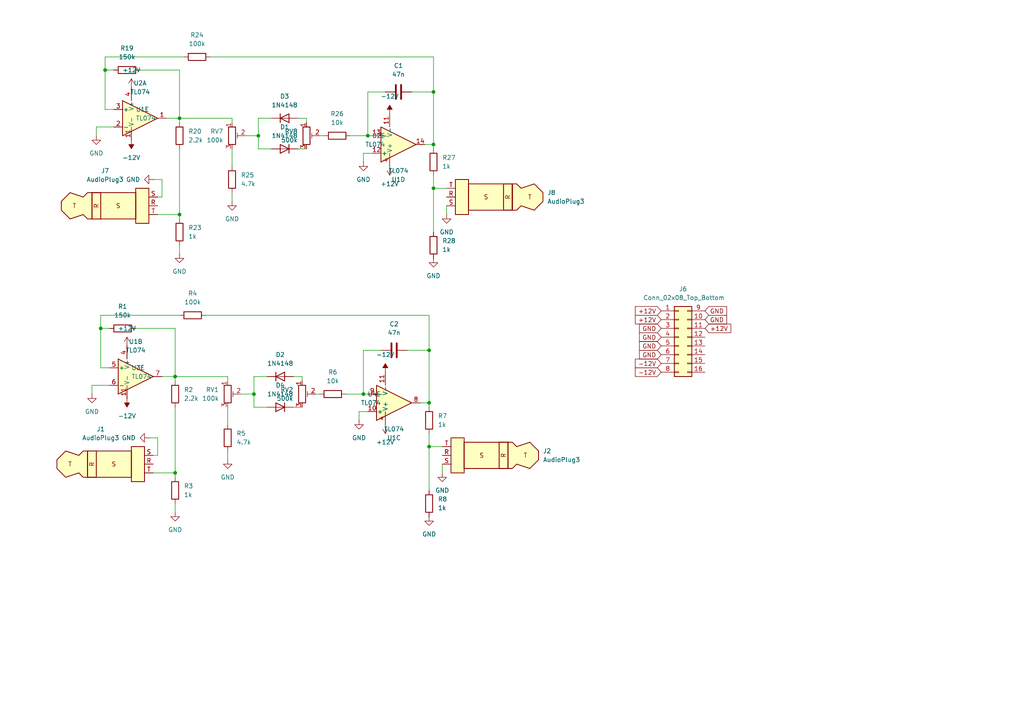
<source format=kicad_sch>
(kicad_sch (version 20250114) (generator "eeschema") (generator_version "9.0")
  (paper "A4")
  (lib_symbols
    (symbol "Amplifier_Operational:TL074" (pin_names (offset 0.127))
      (property "Reference" "U" (at 0 5.08 0))
      (property "Value" "TL074" (at 0 -5.08 0))
      (symbol "TL074_1_1"
        (polyline (pts (xy -5.08 5.08) (xy 5.08 0) (xy -5.08 -5.08) (xy -5.08 5.08)) (stroke (width 0.254)) (fill (type background)))
        (pin input line (at -7.62 2.54 0) (length 2.54) (name "+") (number "3"))
        (pin input line (at -7.62 -2.54 0) (length 2.54) (name "-") (number "2"))
        (pin output line (at 7.62 0 180) (length 2.54) (name "~") (number "1"))
      )
      (symbol "TL074_2_1"
        (polyline (pts (xy -5.08 5.08) (xy 5.08 0) (xy -5.08 -5.08) (xy -5.08 5.08)) (stroke (width 0.254)) (fill (type background)))
        (pin input line (at -7.62 2.54 0) (length 2.54) (name "+") (number "5"))
        (pin input line (at -7.62 -2.54 0) (length 2.54) (name "-") (number "6"))
        (pin output line (at 7.62 0 180) (length 2.54) (name "~") (number "7"))
      )
      (symbol "TL074_3_1"
        (polyline (pts (xy -5.08 5.08) (xy 5.08 0) (xy -5.08 -5.08) (xy -5.08 5.08)) (stroke (width 0.254)) (fill (type background)))
        (pin input line (at -7.62 2.54 0) (length 2.54) (name "+") (number "10"))
        (pin input line (at -7.62 -2.54 0) (length 2.54) (name "-") (number "9"))
        (pin output line (at 7.62 0 180) (length 2.54) (name "~") (number "8"))
      )
      (symbol "TL074_4_1"
        (polyline (pts (xy -5.08 5.08) (xy 5.08 0) (xy -5.08 -5.08) (xy -5.08 5.08)) (stroke (width 0.254)) (fill (type background)))
        (pin input line (at -7.62 2.54 0) (length 2.54) (name "+") (number "12"))
        (pin input line (at -7.62 -2.54 0) (length 2.54) (name "-") (number "13"))
        (pin output line (at 7.62 0 180) (length 2.54) (name "~") (number "14"))
      )
      (symbol "TL074_5_1"
        (pin power_in line (at -2.54 7.62 270) (length 3.81) (name "V+") (number "4"))
        (pin power_in line (at -2.54 -7.62 90) (length 3.81) (name "V-") (number "11"))
      )
    )
    (symbol "Connector_Audio:AudioPlug3"
      (property "Reference" "J" (at 1.27 6.35 0))
      (property "Value" "AudioPlug3" (at 1.27 -6.35 0))
      (symbol "AudioPlug3_0_0"
        (text "R" (at -2.54 0 900) (effects (font (size 1.27 1.27))))
      )
      (symbol "AudioPlug3_0_1"
        (rectangle (start -3.81 3.81) (end -1.27 -3.81) (stroke (width 0.254)))
        (rectangle (start -1.27 -1.27) (end -1.27 -1.27))
      )
      (symbol "AudioPlug3_1_0"
        (text "T" (at -8.89 0 0) (effects (font (size 1.27 1.27))))
        (text "S" (at 3.81 0 0) (effects (font (size 1.27 1.27))))
      )
      (symbol "AudioPlug3_1_1"
        (rectangle (start -3.81 3.81) (end 8.89 -3.81) (stroke (width 0.254)) (fill (type background)))
        (polyline (pts (xy -3.81 3.81) (xy -5.08 3.81) (xy -6.35 2.54) (xy -10.16 3.81) (xy -12.7 1.27) (xy -12.7 -1.27) (xy -10.16 -3.81) (xy -6.35 -2.54) (xy -5.08 -3.81) (xy -3.81 -3.81) (xy -3.81 3.81)) (stroke (width 0.254)) (fill (type background)))
        (rectangle (start 12.7 5.08) (end 8.89 -5.08) (stroke (width 0.254)) (fill (type background)))
        (pin passive line (at 15.24 2.54 180) (length 2.54) (name "~") (number "S"))
        (pin passive line (at 15.24 0 180) (length 2.54) (name "~") (number "R"))
        (pin passive line (at 15.24 -2.54 180) (length 2.54) (name "~") (number "T"))
      )
    )
    (symbol "Connector_Generic:Conn_02x08_Top_Bottom" (pin_names (offset 1.016) (hide yes))
      (property "Reference" "J" (at 1.27 10.16 0))
      (property "Value" "Conn_02x08_Top_Bottom" (at 1.27 -12.7 0))
      (symbol "Conn_02x08_Top_Bottom_1_1"
        (rectangle (start -1.27 8.89) (end 3.81 -11.43) (stroke (width 0.254)) (fill (type background)))
        (rectangle (start -1.27 7.747) (end 0 7.493) (stroke (width 0.1524)))
        (rectangle (start -1.27 5.207) (end 0 4.953) (stroke (width 0.1524)))
        (rectangle (start -1.27 2.667) (end 0 2.413) (stroke (width 0.1524)))
        (rectangle (start -1.27 0.127) (end 0 -0.127) (stroke (width 0.1524)))
        (rectangle (start -1.27 -2.413) (end 0 -2.667) (stroke (width 0.1524)))
        (rectangle (start -1.27 -4.953) (end 0 -5.207) (stroke (width 0.1524)))
        (rectangle (start -1.27 -7.493) (end 0 -7.747) (stroke (width 0.1524)))
        (rectangle (start -1.27 -10.033) (end 0 -10.287) (stroke (width 0.1524)))
        (rectangle (start 3.81 7.747) (end 2.54 7.493) (stroke (width 0.1524)))
        (rectangle (start 3.81 5.207) (end 2.54 4.953) (stroke (width 0.1524)))
        (rectangle (start 3.81 2.667) (end 2.54 2.413) (stroke (width 0.1524)))
        (rectangle (start 3.81 0.127) (end 2.54 -0.127) (stroke (width 0.1524)))
        (rectangle (start 3.81 -2.413) (end 2.54 -2.667) (stroke (width 0.1524)))
        (rectangle (start 3.81 -4.953) (end 2.54 -5.207) (stroke (width 0.1524)))
        (rectangle (start 3.81 -7.493) (end 2.54 -7.747) (stroke (width 0.1524)))
        (rectangle (start 3.81 -10.033) (end 2.54 -10.287) (stroke (width 0.1524)))
        (pin passive line (at -5.08 7.62 0) (length 3.81) (name "Pin_1") (number "1"))
        (pin passive line (at -5.08 5.08 0) (length 3.81) (name "Pin_2") (number "2"))
        (pin passive line (at -5.08 2.54 0) (length 3.81) (name "Pin_3") (number "3"))
        (pin passive line (at -5.08 0 0) (length 3.81) (name "Pin_4") (number "4"))
        (pin passive line (at -5.08 -2.54 0) (length 3.81) (name "Pin_5") (number "5"))
        (pin passive line (at -5.08 -5.08 0) (length 3.81) (name "Pin_6") (number "6"))
        (pin passive line (at -5.08 -7.62 0) (length 3.81) (name "Pin_7") (number "7"))
        (pin passive line (at -5.08 -10.16 0) (length 3.81) (name "Pin_8") (number "8"))
        (pin passive line (at 7.62 7.62 180) (length 3.81) (name "Pin_9") (number "9"))
        (pin passive line (at 7.62 5.08 180) (length 3.81) (name "Pin_10") (number "10"))
        (pin passive line (at 7.62 2.54 180) (length 3.81) (name "Pin_11") (number "11"))
        (pin passive line (at 7.62 0 180) (length 3.81) (name "Pin_12") (number "12"))
        (pin passive line (at 7.62 -2.54 180) (length 3.81) (name "Pin_13") (number "13"))
        (pin passive line (at 7.62 -5.08 180) (length 3.81) (name "Pin_14") (number "14"))
        (pin passive line (at 7.62 -7.62 180) (length 3.81) (name "Pin_15") (number "15"))
        (pin passive line (at 7.62 -10.16 180) (length 3.81) (name "Pin_16") (number "16"))
      )
    )
    (symbol "Device:C" (pin_numbers (hide yes)) (pin_names (offset 0.254))
      (property "Reference" "C" (at 0.635 2.54 0))
      (property "Value" "C" (at 0.635 -2.54 0))
      (symbol "C_0_1"
        (polyline (pts (xy -2.032 0.762) (xy 2.032 0.762)) (stroke (width 0.508)))
        (polyline (pts (xy -2.032 -0.762) (xy 2.032 -0.762)) (stroke (width 0.508)))
      )
      (symbol "C_1_1"
        (pin passive line (at 0 3.81 270) (length 2.794) (name "~") (number "1"))
        (pin passive line (at 0 -3.81 90) (length 2.794) (name "~") (number "2"))
      )
    )
    (symbol "Device:R" (pin_numbers (hide yes)) (pin_names (offset 0))
      (property "Reference" "R" (at 2.032 0 90))
      (property "Value" "R" (at 0 0 90))
      (symbol "R_0_1"
        (rectangle (start -1.016 -2.54) (end 1.016 2.54) (stroke (width 0.254)))
      )
      (symbol "R_1_1"
        (pin passive line (at 0 3.81 270) (length 1.27) (name "~") (number "1"))
        (pin passive line (at 0 -3.81 90) (length 1.27) (name "~") (number "2"))
      )
    )
    (symbol "Device:R_Potentiometer_Trim" (pin_names (offset 1.016) (hide yes))
      (property "Reference" "RV" (at -4.445 0 90))
      (property "Value" "R_Potentiometer_Trim" (at -2.54 0 90))
      (symbol "R_Potentiometer_Trim_0_1"
        (rectangle (start 1.016 2.54) (end -1.016 -2.54) (stroke (width 0.254)))
        (polyline (pts (xy 1.524 0.762) (xy 1.524 -0.762)))
        (polyline (pts (xy 2.54 0) (xy 1.524 0)))
      )
      (symbol "R_Potentiometer_Trim_1_1"
        (pin passive line (at 0 3.81 270) (length 1.27) (name "1") (number "1"))
        (pin passive line (at 0 -3.81 90) (length 1.27) (name "3") (number "3"))
        (pin passive line (at 3.81 0 180) (length 1.27) (name "2") (number "2"))
      )
    )
    (symbol "Diode:1N4148" (pin_numbers (hide yes)) (pin_names (hide yes))
      (property "Reference" "D" (at 0 2.54 0))
      (property "Value" "1N4148" (at 0 -2.54 0))
      (symbol "1N4148_0_1"
        (polyline (pts (xy -1.27 1.27) (xy -1.27 -1.27)) (stroke (width 0.254)))
        (polyline (pts (xy 1.27 1.27) (xy 1.27 -1.27) (xy -1.27 0) (xy 1.27 1.27)) (stroke (width 0.254)))
        (polyline (pts (xy 1.27 0) (xy -1.27 0)))
      )
      (symbol "1N4148_1_1"
        (pin passive line (at -3.81 0 0) (length 2.54) (name "K") (number "1"))
        (pin passive line (at 3.81 0 180) (length 2.54) (name "A") (number "2"))
      )
    )
    (symbol "power:+12V" (power) (pin_numbers (hide yes)) (pin_names (offset 0) (hide yes))
      (property "Value" "+12V" (at 0 3.556 0))
      (symbol "+12V_0_1"
        (polyline (pts (xy -0.762 1.27) (xy 0 2.54)))
        (polyline (pts (xy 0 2.54) (xy 0.762 1.27)))
        (polyline (pts (xy 0 0) (xy 0 2.54)))
      )
      (symbol "+12V_1_1"
        (pin power_in line (at 0 0 90) (length 0) (name "~") (number "1"))
      )
    )
    (symbol "power:-12V" (power) (pin_numbers (hide yes)) (pin_names (offset 0) (hide yes))
      (property "Value" "-12V" (at 0 3.556 0))
      (symbol "-12V_0_0"
        (pin power_in line (at 0 0 90) (length 0) (name "~") (number "1"))
      )
      (symbol "-12V_0_1"
        (polyline (pts (xy 0 0) (xy 0 1.27) (xy 0.762 1.27) (xy 0 2.54) (xy -0.762 1.27) (xy 0 1.27)) (fill (type outline)))
      )
    )
    (symbol "power:GND" (power) (pin_numbers (hide yes)) (pin_names (offset 0) (hide yes))
      (property "Value" "GND" (at 0 -3.81 0))
      (symbol "GND_0_1"
        (polyline (pts (xy 0 0) (xy 0 -1.27) (xy 1.27 -1.27) (xy 0 -2.54) (xy -1.27 -1.27) (xy 0 -1.27)))
      )
      (symbol "GND_1_1"
        (pin power_in line (at 0 0 270) (length 0) (name "~") (number "1"))
      )
    )
  )
  (junction (at 106.68 39.37))
  (junction (at 125.73 54.61))
  (junction (at 52.07 34.29))
  (junction (at 124.46 101.6))
  (junction (at 124.46 129.54))
  (junction (at 30.48 20.32))
  (junction (at 74.93 39.37))
  (junction (at 105.41 114.3))
  (junction (at 73.66 114.3))
  (junction (at 50.8 109.22))
  (junction (at 125.73 41.91))
  (junction (at 50.8 137.16))
  (junction (at 52.07 62.23))
  (junction (at 125.73 26.67))
  (junction (at 29.21 95.25))
  (junction (at 124.46 116.84))
  (wire (pts (xy 50.8 146.05) (xy 50.8 148.59)))
  (wire (pts (xy 46.99 52.07) (xy 44.45 52.07)))
  (wire (pts (xy 50.8 95.25) (xy 50.8 109.22)))
  (wire (pts (xy 29.21 91.44) (xy 52.07 91.44)))
  (wire (pts (xy 66.04 130.81) (xy 66.04 133.35)))
  (wire (pts (xy 106.68 39.37) (xy 107.95 39.37)))
  (wire (pts (xy 30.48 20.32) (xy 30.48 16.51)))
  (wire (pts (xy 86.36 34.29) (xy 88.9 34.29)))
  (wire (pts (xy 85.09 109.22) (xy 87.63 109.22)))
  (wire (pts (xy 105.41 44.45) (xy 105.41 46.99)))
  (wire (pts (xy 69.85 114.3) (xy 73.66 114.3)))
  (wire (pts (xy 124.46 91.44) (xy 124.46 101.6)))
  (wire (pts (xy 50.8 109.22) (xy 46.99 109.22)))
  (wire (pts (xy 30.48 20.32) (xy 33.02 20.32)))
  (wire (pts (xy 74.93 34.29) (xy 74.93 39.37)))
  (wire (pts (xy 60.96 16.51) (xy 125.73 16.51)))
  (wire (pts (xy 67.31 34.29) (xy 52.07 34.29)))
  (wire (pts (xy 73.66 109.22) (xy 77.47 109.22)))
  (wire (pts (xy 85.09 118.11) (xy 87.63 118.11)))
  (wire (pts (xy 29.21 95.25) (xy 31.75 95.25)))
  (wire (pts (xy 66.04 109.22) (xy 50.8 109.22)))
  (wire (pts (xy 71.12 39.37) (xy 74.93 39.37)))
  (wire (pts (xy 106.68 26.67) (xy 111.76 26.67)))
  (wire (pts (xy 33.02 36.83) (xy 27.94 36.83)))
  (wire (pts (xy 52.07 34.29) (xy 52.07 35.56)))
  (wire (pts (xy 30.48 31.75) (xy 30.48 20.32)))
  (wire (pts (xy 59.69 91.44) (xy 124.46 91.44)))
  (wire (pts (xy 101.6 39.37) (xy 106.68 39.37)))
  (wire (pts (xy 124.46 129.54) (xy 128.27 129.54)))
  (wire (pts (xy 66.04 118.11) (xy 66.04 123.19)))
  (wire (pts (xy 125.73 41.91) (xy 125.73 43.18)))
  (wire (pts (xy 125.73 50.8) (xy 125.73 54.61)))
  (wire (pts (xy 52.07 62.23) (xy 52.07 63.5)))
  (wire (pts (xy 26.67 111.76) (xy 26.67 114.3)))
  (wire (pts (xy 29.21 106.68) (xy 29.21 95.25)))
  (wire (pts (xy 31.75 111.76) (xy 26.67 111.76)))
  (wire (pts (xy 106.68 119.38) (xy 104.14 119.38)))
  (wire (pts (xy 33.02 31.75) (xy 30.48 31.75)))
  (wire (pts (xy 124.46 116.84) (xy 124.46 118.11)))
  (wire (pts (xy 118.11 101.6) (xy 124.46 101.6)))
  (wire (pts (xy 45.72 127) (xy 43.18 127)))
  (wire (pts (xy 129.54 59.69) (xy 129.54 62.23)))
  (wire (pts (xy 91.44 114.3) (xy 92.71 114.3)))
  (wire (pts (xy 73.66 109.22) (xy 73.66 114.3)))
  (wire (pts (xy 105.41 114.3) (xy 105.41 101.6)))
  (wire (pts (xy 86.36 43.18) (xy 88.9 43.18)))
  (wire (pts (xy 119.38 26.67) (xy 125.73 26.67)))
  (wire (pts (xy 39.37 95.25) (xy 50.8 95.25)))
  (wire (pts (xy 50.8 137.16) (xy 50.8 138.43)))
  (wire (pts (xy 50.8 118.11) (xy 50.8 137.16)))
  (wire (pts (xy 52.07 43.18) (xy 52.07 62.23)))
  (wire (pts (xy 52.07 20.32) (xy 52.07 34.29)))
  (wire (pts (xy 125.73 26.67) (xy 125.73 41.91)))
  (wire (pts (xy 46.99 57.15) (xy 45.72 57.15)))
  (wire (pts (xy 45.72 62.23) (xy 52.07 62.23)))
  (wire (pts (xy 73.66 118.11) (xy 77.47 118.11)))
  (wire (pts (xy 104.14 119.38) (xy 104.14 121.92)))
  (wire (pts (xy 45.72 132.08) (xy 44.45 132.08)))
  (wire (pts (xy 67.31 43.18) (xy 67.31 48.26)))
  (wire (pts (xy 67.31 35.56) (xy 67.31 34.29)))
  (wire (pts (xy 128.27 134.62) (xy 128.27 137.16)))
  (wire (pts (xy 125.73 16.51) (xy 125.73 26.67)))
  (wire (pts (xy 67.31 55.88) (xy 67.31 58.42)))
  (wire (pts (xy 124.46 129.54) (xy 124.46 142.24)))
  (wire (pts (xy 125.73 54.61) (xy 129.54 54.61)))
  (wire (pts (xy 30.48 16.51) (xy 53.34 16.51)))
  (wire (pts (xy 31.75 106.68) (xy 29.21 106.68)))
  (wire (pts (xy 100.33 114.3) (xy 105.41 114.3)))
  (wire (pts (xy 124.46 101.6) (xy 124.46 116.84)))
  (wire (pts (xy 74.93 34.29) (xy 78.74 34.29)))
  (wire (pts (xy 40.64 20.32) (xy 52.07 20.32)))
  (wire (pts (xy 50.8 109.22) (xy 50.8 110.49)))
  (wire (pts (xy 66.04 110.49) (xy 66.04 109.22)))
  (wire (pts (xy 105.41 114.3) (xy 106.68 114.3)))
  (wire (pts (xy 29.21 95.25) (xy 29.21 91.44)))
  (wire (pts (xy 74.93 39.37) (xy 74.93 43.18)))
  (wire (pts (xy 27.94 36.83) (xy 27.94 39.37)))
  (wire (pts (xy 73.66 114.3) (xy 73.66 118.11)))
  (wire (pts (xy 92.71 39.37) (xy 93.98 39.37)))
  (wire (pts (xy 52.07 71.12) (xy 52.07 73.66)))
  (wire (pts (xy 87.63 109.22) (xy 87.63 110.49)))
  (wire (pts (xy 125.73 54.61) (xy 125.73 67.31)))
  (wire (pts (xy 121.92 116.84) (xy 124.46 116.84)))
  (wire (pts (xy 52.07 34.29) (xy 48.26 34.29)))
  (wire (pts (xy 45.72 127) (xy 45.72 132.08)))
  (wire (pts (xy 105.41 101.6) (xy 110.49 101.6)))
  (wire (pts (xy 88.9 34.29) (xy 88.9 35.56)))
  (wire (pts (xy 107.95 44.45) (xy 105.41 44.45)))
  (wire (pts (xy 44.45 137.16) (xy 50.8 137.16)))
  (wire (pts (xy 46.99 52.07) (xy 46.99 57.15)))
  (wire (pts (xy 123.19 41.91) (xy 125.73 41.91)))
  (wire (pts (xy 74.93 43.18) (xy 78.74 43.18)))
  (wire (pts (xy 124.46 125.73) (xy 124.46 129.54)))
  (wire (pts (xy 106.68 39.37) (xy 106.68 26.67)))
  (global_label "GND" (shape input) (at 191.77 97.79 180) (property "Intersheetrefs" "${INTERSHEET_REFS}" (effects (hide yes))))
  (global_label "GND" (shape input) (at 191.77 95.25 180) (property "Intersheetrefs" "${INTERSHEET_REFS}" (effects (hide yes))))
  (global_label "GND" (shape input) (at 191.77 100.33 180) (property "Intersheetrefs" "${INTERSHEET_REFS}" (effects (hide yes))))
  (global_label "+12V" (shape input) (at 204.47 95.25 0) (property "Intersheetrefs" "${INTERSHEET_REFS}" (effects (hide yes))))
  (global_label "+12V" (shape input) (at 191.77 90.17 180) (property "Intersheetrefs" "${INTERSHEET_REFS}" (effects (hide yes))))
  (global_label "-12V" (shape input) (at 191.77 107.95 180) (property "Intersheetrefs" "${INTERSHEET_REFS}" (effects (hide yes))))
  (global_label "GND" (shape input) (at 191.77 102.87 180) (property "Intersheetrefs" "${INTERSHEET_REFS}" (effects (hide yes))))
  (global_label "+12V" (shape input) (at 191.77 92.71 180) (property "Intersheetrefs" "${INTERSHEET_REFS}" (effects (hide yes))))
  (global_label "GND" (shape input) (at 204.47 92.71 0) (property "Intersheetrefs" "${INTERSHEET_REFS}" (effects (hide yes))))
  (global_label "-12V" (shape input) (at 191.77 105.41 180) (property "Intersheetrefs" "${INTERSHEET_REFS}" (effects (hide yes))))
  (global_label "GND" (shape input) (at 204.47 90.17 0) (property "Intersheetrefs" "${INTERSHEET_REFS}" (effects (hide yes))))
  (symbol (lib_id "Device:R") (at 52.07 67.31 0) (unit 1)
    (property "Reference" "R23" (at 54.61 66.0399 0) (effects (justify left)))
    (property "Value" "1k" (at 54.61 68.5799 0) (effects (justify left)))
    (property "Footprint" "Resistor_THT:R_Axial_DIN0207_L6.3mm_D2.5mm_P7.62mm_Horizontal" (effects (hide yes)))
    (property "Description" "Resistor" (effects (hide yes)))
  )
  (symbol (lib_id "power:GND") (at 125.73 74.93 0) (unit 1)
    (property "Reference" "#PWR027" (effects (hide yes)))
    (property "Value" "GND" (at 125.73 80.01 0))
    (property "Description" "Power symbol creates a global label with name \"GND\" , ground" (effects (hide yes)))
  )
  (symbol (lib_id "Device:R_Potentiometer_Trim") (at 88.9 39.37 0) (unit 1)
    (property "Reference" "RV8" (at 86.36 38.0999 0) (effects (justify right)))
    (property "Value" "500k" (at 86.36 40.6399 0) (effects (justify right)))
    (property "Footprint" "Potentiometer_THT:Potentiometer_Alpha_RD901F-40-00D_Single_Vertical" (effects (hide yes)))
    (property "Description" "Trim-potentiometer" (effects (hide yes)))
  )
  (symbol (lib_id "Diode:1N4148") (at 82.55 34.29 0) (mirror x) (unit 1)
    (property "Reference" "D3" (at 82.55 27.94 0))
    (property "Value" "1N4148" (at 82.55 30.48 0))
    (property "Footprint" "Diode_THT:D_DO-35_SOD27_P7.62mm_Horizontal" (effects (hide yes)))
    (property "Datasheet" "https://assets.nexperia.com/documents/data-sheet/1N4148_1N4448.pdf" (effects (hide yes)))
    (property "Description" "100V 0.15A standard switching diode, DO-35" (effects (hide yes)))
    (property "Sim.Device" "D" (effects (hide yes)))
    (property "Sim.Pins" "1=K 2=A" (effects (hide yes)))
  )
  (symbol (lib_id "Device:R") (at 97.79 39.37 90) (unit 1)
    (property "Reference" "R26" (at 97.79 33.02 90))
    (property "Value" "10k" (at 97.79 35.56 90))
    (property "Footprint" "Resistor_THT:R_Axial_DIN0207_L6.3mm_D2.5mm_P7.62mm_Horizontal" (effects (hide yes)))
    (property "Description" "Resistor" (effects (hide yes)))
  )
  (symbol (lib_id "power:GND") (at 50.8 148.59 0) (unit 1)
    (property "Reference" "#PWR03" (effects (hide yes)))
    (property "Value" "GND" (at 50.8 153.67 0))
    (property "Description" "Power symbol creates a global label with name \"GND\" , ground" (effects (hide yes)))
  )
  (symbol (lib_id "Device:R") (at 66.04 127 0) (unit 1)
    (property "Reference" "R5" (at 68.58 125.7299 0) (effects (justify left)))
    (property "Value" "4.7k" (at 68.58 128.2699 0) (effects (justify left)))
    (property "Footprint" "Resistor_THT:R_Axial_DIN0207_L6.3mm_D2.5mm_P7.62mm_Horizontal" (effects (hide yes)))
    (property "Description" "Resistor" (effects (hide yes)))
  )
  (symbol (lib_id "Amplifier_Operational:TL074") (at 114.3 115.57 0) (mirror x) (unit 5)
    (property "Reference" "U4" (at 110.49 114.2999 0) (effects (justify right)))
    (property "Value" "TL074" (at 110.49 116.8399 0) (effects (justify right)))
    (property "Footprint" "Package_DIP:DIP-14_W7.62mm" (effects (hide yes)))
    (property "Datasheet" "http://www.ti.com/lit/ds/symlink/tl071.pdf" (effects (hide yes)))
    (property "Description" "Quad Low-Noise JFET-Input Operational Amplifiers, DIP-14/SOIC-14" (effects (hide yes)))
  )
  (symbol (lib_id "Device:R") (at 124.46 146.05 180) (unit 1)
    (property "Reference" "R8" (at 127 144.7799 0) (effects (justify right)))
    (property "Value" "1k" (at 127 147.3199 0) (effects (justify right)))
    (property "Footprint" "Resistor_THT:R_Axial_DIN0207_L6.3mm_D2.5mm_P7.62mm_Horizontal" (effects (hide yes)))
    (property "Description" "Resistor" (effects (hide yes)))
  )
  (symbol (lib_id "Device:R") (at 125.73 46.99 180) (unit 1)
    (property "Reference" "R27" (at 128.27 45.7199 0) (effects (justify right)))
    (property "Value" "1k" (at 128.27 48.2599 0) (effects (justify right)))
    (property "Footprint" "Resistor_THT:R_Axial_DIN0207_L6.3mm_D2.5mm_P7.62mm_Horizontal" (effects (hide yes)))
    (property "Description" "Resistor" (effects (hide yes)))
  )
  (symbol (lib_id "Device:R") (at 67.31 52.07 0) (unit 1)
    (property "Reference" "R25" (at 69.85 50.7999 0) (effects (justify left)))
    (property "Value" "4.7k" (at 69.85 53.3399 0) (effects (justify left)))
    (property "Footprint" "Resistor_THT:R_Axial_DIN0207_L6.3mm_D2.5mm_P7.62mm_Horizontal" (effects (hide yes)))
    (property "Description" "Resistor" (effects (hide yes)))
  )
  (symbol (lib_id "power:GND") (at 44.45 52.07 270) (unit 1)
    (property "Reference" "#PWR018" (effects (hide yes)))
    (property "Value" "GND" (at 40.64 52.0699 90) (effects (justify right)))
    (property "Description" "Power symbol creates a global label with name \"GND\" , ground" (effects (hide yes)))
  )
  (symbol (lib_id "Diode:1N4148") (at 81.28 118.11 180) (unit 1)
    (property "Reference" "D4" (at 81.28 111.76 0))
    (property "Value" "1N4148" (at 81.28 114.3 0))
    (property "Footprint" "Diode_THT:D_DO-35_SOD27_P7.62mm_Horizontal" (effects (hide yes)))
    (property "Datasheet" "https://assets.nexperia.com/documents/data-sheet/1N4148_1N4448.pdf" (effects (hide yes)))
    (property "Description" "100V 0.15A standard switching diode, DO-35" (effects (hide yes)))
    (property "Sim.Device" "D" (effects (hide yes)))
    (property "Sim.Pins" "1=K 2=A" (effects (hide yes)))
  )
  (symbol (lib_id "power:GND") (at 43.18 127 270) (unit 1)
    (property "Reference" "#PWR02" (effects (hide yes)))
    (property "Value" "GND" (at 39.37 126.9999 90) (effects (justify right)))
    (property "Description" "Power symbol creates a global label with name \"GND\" , ground" (effects (hide yes)))
  )
  (symbol (lib_id "Amplifier_Operational:TL074") (at 39.37 107.95 0) (unit 5)
    (property "Reference" "U3" (at 38.1 106.6799 0) (effects (justify left)))
    (property "Value" "TL074" (at 38.1 109.2199 0) (effects (justify left)))
    (property "Footprint" "Package_DIP:DIP-14_W7.62mm" (effects (hide yes)))
    (property "Datasheet" "http://www.ti.com/lit/ds/symlink/tl071.pdf" (effects (hide yes)))
    (property "Description" "Quad Low-Noise JFET-Input Operational Amplifiers, DIP-14/SOIC-14" (effects (hide yes)))
  )
  (symbol (lib_id "Device:R") (at 52.07 39.37 0) (unit 1)
    (property "Reference" "R20" (at 54.61 38.0999 0) (effects (justify left)))
    (property "Value" "2.2k" (at 54.61 40.6399 0) (effects (justify left)))
    (property "Footprint" "Resistor_THT:R_Axial_DIN0207_L6.3mm_D2.5mm_P7.62mm_Horizontal" (effects (hide yes)))
    (property "Description" "Resistor" (effects (hide yes)))
  )
  (symbol (lib_id "Connector_Generic:Conn_02x08_Top_Bottom") (at 196.85 97.79 0) (unit 1)
    (property "Reference" "J6" (at 198.12 83.82 0))
    (property "Value" "Conn_02x08_Top_Bottom" (at 198.374 86.36 0))
    (property "Footprint" "Connector_IDC:IDC-Header_2x08_P2.54mm_Vertical" (effects (hide yes)))
    (property "Description" "Generic connector, double row, 02x08, top/bottom pin numbering scheme (row 1: 1...pins_per_row, row2: pins_per_row+1 ... num_pins), script generated (kicad-library-utils/schlib/autogen/connector/)" (effects (hide yes)))
  )
  (symbol (lib_id "Device:R") (at 124.46 121.92 180) (unit 1)
    (property "Reference" "R7" (at 127 120.6499 0) (effects (justify right)))
    (property "Value" "1k" (at 127 123.1899 0) (effects (justify right)))
    (property "Footprint" "Resistor_THT:R_Axial_DIN0207_L6.3mm_D2.5mm_P7.62mm_Horizontal" (effects (hide yes)))
    (property "Description" "Resistor" (effects (hide yes)))
  )
  (symbol (lib_id "power:GND") (at 129.54 62.23 0) (unit 1)
    (property "Reference" "#PWR026" (effects (hide yes)))
    (property "Value" "GND" (at 129.54 67.31 0))
    (property "Description" "Power symbol creates a global label with name \"GND\" , ground" (effects (hide yes)))
  )
  (symbol (lib_id "Amplifier_Operational:TL074") (at 115.57 40.64 0) (mirror x) (unit 5)
    (property "Reference" "U2" (at 111.76 39.3699 0) (effects (justify right)))
    (property "Value" "TL074" (at 111.76 41.9099 0) (effects (justify right)))
    (property "Footprint" "Package_DIP:DIP-14_W7.62mm" (effects (hide yes)))
    (property "Datasheet" "http://www.ti.com/lit/ds/symlink/tl071.pdf" (effects (hide yes)))
    (property "Description" "Quad Low-Noise JFET-Input Operational Amplifiers, DIP-14/SOIC-14" (effects (hide yes)))
  )
  (symbol (lib_id "power:GND") (at 124.46 149.86 0) (unit 1)
    (property "Reference" "#PWR06" (effects (hide yes)))
    (property "Value" "GND" (at 124.46 154.94 0))
    (property "Description" "Power symbol creates a global label with name \"GND\" , ground" (effects (hide yes)))
  )
  (symbol (lib_id "Diode:1N4148") (at 81.28 109.22 0) (unit 1)
    (property "Reference" "D2" (at 81.28 102.87 0))
    (property "Value" "1N4148" (at 81.28 105.41 0))
    (property "Footprint" "Diode_THT:D_DO-35_SOD27_P7.62mm_Horizontal" (effects (hide yes)))
    (property "Datasheet" "https://assets.nexperia.com/documents/data-sheet/1N4148_1N4448.pdf" (effects (hide yes)))
    (property "Description" "100V 0.15A standard switching diode, DO-35" (effects (hide yes)))
    (property "Sim.Device" "D" (effects (hide yes)))
    (property "Sim.Pins" "1=K 2=A" (effects (hide yes)))
  )
  (symbol (lib_id "power:GND") (at 26.67 114.3 0) (unit 1)
    (property "Reference" "#PWR01" (effects (hide yes)))
    (property "Value" "GND" (at 26.67 119.38 0))
    (property "Description" "Power symbol creates a global label with name \"GND\" , ground" (effects (hide yes)))
  )
  (symbol (lib_id "Amplifier_Operational:TL074") (at 114.3 116.84 0) (mirror x) (unit 3)
    (property "Reference" "U1" (at 114.3 127 0))
    (property "Value" "TL074" (at 114.3 124.46 0))
    (property "Footprint" "Package_DIP:DIP-14_W7.62mm" (effects (hide yes)))
    (property "Datasheet" "http://www.ti.com/lit/ds/symlink/tl071.pdf" (effects (hide yes)))
    (property "Description" "Quad Low-Noise JFET-Input Operational Amplifiers, DIP-14/SOIC-14" (effects (hide yes)))
  )
  (symbol (lib_id "Device:R") (at 35.56 95.25 270) (unit 1)
    (property "Reference" "R1" (at 35.56 88.9 90))
    (property "Value" "150k" (at 35.56 91.44 90))
    (property "Footprint" "Resistor_THT:R_Axial_DIN0207_L6.3mm_D2.5mm_P7.62mm_Horizontal" (effects (hide yes)))
    (property "Description" "Resistor" (effects (hide yes)))
  )
  (symbol (lib_id "Device:R") (at 50.8 142.24 0) (unit 1)
    (property "Reference" "R3" (at 53.34 140.9699 0) (effects (justify left)))
    (property "Value" "1k" (at 53.34 143.5099 0) (effects (justify left)))
    (property "Footprint" "Resistor_THT:R_Axial_DIN0207_L6.3mm_D2.5mm_P7.62mm_Horizontal" (effects (hide yes)))
    (property "Description" "Resistor" (effects (hide yes)))
  )
  (symbol (lib_id "Device:R") (at 125.73 71.12 180) (unit 1)
    (property "Reference" "R28" (at 128.27 69.8499 0) (effects (justify right)))
    (property "Value" "1k" (at 128.27 72.3899 0) (effects (justify right)))
    (property "Footprint" "Resistor_THT:R_Axial_DIN0207_L6.3mm_D2.5mm_P7.62mm_Horizontal" (effects (hide yes)))
    (property "Description" "Resistor" (effects (hide yes)))
  )
  (symbol (lib_id "Connector_Audio:AudioPlug3") (at 143.51 132.08 180) (unit 1)
    (property "Reference" "J2" (at 157.48 130.8099 0) (effects (justify right)))
    (property "Value" "AudioPlug3" (at 157.48 133.3499 0) (effects (justify right)))
    (property "Footprint" "Connector_Audio:Jack_3.5mm_QingPu_WQP-PJ398SM_Vertical_CircularHoles" (effects (hide yes)))
    (property "Description" "Audio Jack, 3 Poles (Stereo / TRS)" (effects (hide yes)))
  )
  (symbol (lib_id "Amplifier_Operational:TL074") (at 40.64 34.29 0) (unit 1)
    (property "Reference" "U2" (at 40.64 24.13 0))
    (property "Value" "TL074" (at 40.64 26.67 0))
    (property "Footprint" "Package_DIP:DIP-14_W7.62mm" (effects (hide yes)))
    (property "Datasheet" "http://www.ti.com/lit/ds/symlink/tl071.pdf" (effects (hide yes)))
    (property "Description" "Quad Low-Noise JFET-Input Operational Amplifiers, DIP-14/SOIC-14" (effects (hide yes)))
  )
  (symbol (lib_id "Connector_Audio:AudioPlug3") (at 30.48 59.69 0) (unit 1)
    (property "Reference" "J7" (at 30.48 49.53 0))
    (property "Value" "AudioPlug3" (at 30.48 52.07 0))
    (property "Footprint" "Connector_Audio:Jack_3.5mm_QingPu_WQP-PJ398SM_Vertical_CircularHoles" (effects (hide yes)))
    (property "Description" "Audio Jack, 3 Poles (Stereo / TRS)" (effects (hide yes)))
  )
  (symbol (lib_id "Device:C") (at 114.3 101.6 90) (unit 1)
    (property "Reference" "C2" (at 114.3 93.98 90))
    (property "Value" "47n" (at 114.3 96.52 90))
    (property "Footprint" "Capacitor_THT:C_Disc_D5.0mm_W2.5mm_P5.00mm" (effects (hide yes)))
    (property "Description" "Unpolarized capacitor" (effects (hide yes)))
  )
  (symbol (lib_id "Device:C") (at 115.57 26.67 90) (unit 1)
    (property "Reference" "C1" (at 115.57 19.05 90))
    (property "Value" "47n" (at 115.57 21.59 90))
    (property "Footprint" "Capacitor_THT:C_Disc_D5.0mm_W2.5mm_P5.00mm" (effects (hide yes)))
    (property "Description" "Unpolarized capacitor" (effects (hide yes)))
  )
  (symbol (lib_id "Amplifier_Operational:TL074") (at 39.37 109.22 0) (unit 2)
    (property "Reference" "U1" (at 39.37 99.06 0))
    (property "Value" "TL074" (at 39.37 101.6 0))
    (property "Footprint" "Package_DIP:DIP-14_W7.62mm" (effects (hide yes)))
    (property "Datasheet" "http://www.ti.com/lit/ds/symlink/tl071.pdf" (effects (hide yes)))
    (property "Description" "Quad Low-Noise JFET-Input Operational Amplifiers, DIP-14/SOIC-14" (effects (hide yes)))
  )
  (symbol (lib_id "power:GND") (at 128.27 137.16 0) (unit 1)
    (property "Reference" "#PWR07" (effects (hide yes)))
    (property "Value" "GND" (at 128.27 142.24 0))
    (property "Description" "Power symbol creates a global label with name \"GND\" , ground" (effects (hide yes)))
  )
  (symbol (lib_id "Amplifier_Operational:TL074") (at 115.57 41.91 0) (mirror x) (unit 4)
    (property "Reference" "U1" (at 115.57 52.07 0))
    (property "Value" "TL074" (at 115.57 49.53 0))
    (property "Footprint" "Package_DIP:DIP-14_W7.62mm" (effects (hide yes)))
    (property "Datasheet" "http://www.ti.com/lit/ds/symlink/tl071.pdf" (effects (hide yes)))
    (property "Description" "Quad Low-Noise JFET-Input Operational Amplifiers, DIP-14/SOIC-14" (effects (hide yes)))
  )
  (symbol (lib_id "power:GND") (at 67.31 58.42 0) (unit 1)
    (property "Reference" "#PWR024" (effects (hide yes)))
    (property "Value" "GND" (at 67.31 63.5 0))
    (property "Description" "Power symbol creates a global label with name \"GND\" , ground" (effects (hide yes)))
  )
  (symbol (lib_id "Connector_Audio:AudioPlug3") (at 29.21 134.62 0) (unit 1)
    (property "Reference" "J1" (at 29.21 124.46 0))
    (property "Value" "AudioPlug3" (at 29.21 127 0))
    (property "Footprint" "Connector_Audio:Jack_3.5mm_QingPu_WQP-PJ398SM_Vertical_CircularHoles" (effects (hide yes)))
    (property "Description" "Audio Jack, 3 Poles (Stereo / TRS)" (effects (hide yes)))
  )
  (symbol (lib_id "power:GND") (at 105.41 46.99 0) (unit 1)
    (property "Reference" "#PWR025" (effects (hide yes)))
    (property "Value" "GND" (at 105.41 52.07 0))
    (property "Description" "Power symbol creates a global label with name \"GND\" , ground" (effects (hide yes)))
  )
  (symbol (lib_id "Device:R") (at 36.83 20.32 270) (unit 1)
    (property "Reference" "R19" (at 36.83 13.97 90))
    (property "Value" "150k" (at 36.83 16.51 90))
    (property "Footprint" "Resistor_THT:R_Axial_DIN0207_L6.3mm_D2.5mm_P7.62mm_Horizontal" (effects (hide yes)))
    (property "Description" "Resistor" (effects (hide yes)))
  )
  (symbol (lib_id "power:-12V") (at 113.03 33.02 0) (mirror y) (unit 1)
    (property "Reference" "#PWR010" (effects (hide yes)))
    (property "Value" "-12V" (at 113.03 27.94 0))
    (property "Description" "Power symbol creates a global label with name \"-12V\"" (effects (hide yes)))
  )
  (symbol (lib_id "power:+12V") (at 111.76 123.19 0) (mirror x) (unit 1)
    (property "Reference" "#PWR013" (effects (hide yes)))
    (property "Value" "+12V" (at 111.76 128.27 0))
    (property "Description" "Power symbol creates a global label with name \"+12V\"" (effects (hide yes)))
  )
  (symbol (lib_id "power:GND") (at 66.04 133.35 0) (unit 1)
    (property "Reference" "#PWR04" (effects (hide yes)))
    (property "Value" "GND" (at 66.04 138.43 0))
    (property "Description" "Power symbol creates a global label with name \"GND\" , ground" (effects (hide yes)))
  )
  (symbol (lib_id "Device:R_Potentiometer_Trim") (at 87.63 114.3 0) (unit 1)
    (property "Reference" "RV2" (at 85.09 113.0299 0) (effects (justify right)))
    (property "Value" "500k" (at 85.09 115.5699 0) (effects (justify right)))
    (property "Footprint" "Potentiometer_THT:Potentiometer_Alpha_RD901F-40-00D_Single_Vertical" (effects (hide yes)))
    (property "Description" "Trim-potentiometer" (effects (hide yes)))
  )
  (symbol (lib_id "Device:R_Potentiometer_Trim") (at 66.04 114.3 0) (unit 1)
    (property "Reference" "RV1" (at 63.5 113.0299 0) (effects (justify right)))
    (property "Value" "100k" (at 63.5 115.5699 0) (effects (justify right)))
    (property "Footprint" "Potentiometer_THT:Potentiometer_Alpha_RD901F-40-00D_Single_Vertical" (effects (hide yes)))
    (property "Description" "Trim-potentiometer" (effects (hide yes)))
  )
  (symbol (lib_id "power:-12V") (at 38.1 40.64 180) (unit 1)
    (property "Reference" "#PWR08" (effects (hide yes)))
    (property "Value" "-12V" (at 38.1 45.72 0))
    (property "Description" "Power symbol creates a global label with name \"-12V\"" (effects (hide yes)))
  )
  (symbol (lib_id "power:+12V") (at 38.1 25.4 0) (unit 1)
    (property "Reference" "#PWR021" (effects (hide yes)))
    (property "Value" "+12V" (at 38.1 20.32 0))
    (property "Description" "Power symbol creates a global label with name \"+12V\"" (effects (hide yes)))
  )
  (symbol (lib_id "power:+12V") (at 36.83 100.33 0) (unit 1)
    (property "Reference" "#PWR011" (effects (hide yes)))
    (property "Value" "+12V" (at 36.83 95.25 0))
    (property "Description" "Power symbol creates a global label with name \"+12V\"" (effects (hide yes)))
  )
  (symbol (lib_id "Amplifier_Operational:TL074") (at 40.64 33.02 0) (unit 5)
    (property "Reference" "U1" (at 39.37 31.7499 0) (effects (justify left)))
    (property "Value" "TL074" (at 39.37 34.2899 0) (effects (justify left)))
    (property "Footprint" "Package_DIP:DIP-14_W7.62mm" (effects (hide yes)))
    (property "Datasheet" "http://www.ti.com/lit/ds/symlink/tl071.pdf" (effects (hide yes)))
    (property "Description" "Quad Low-Noise JFET-Input Operational Amplifiers, DIP-14/SOIC-14" (effects (hide yes)))
  )
  (symbol (lib_id "Device:R") (at 55.88 91.44 270) (unit 1)
    (property "Reference" "R4" (at 55.88 85.09 90))
    (property "Value" "100k" (at 55.88 87.63 90))
    (property "Footprint" "Resistor_THT:R_Axial_DIN0207_L6.3mm_D2.5mm_P7.62mm_Horizontal" (effects (hide yes)))
    (property "Description" "Resistor" (effects (hide yes)))
  )
  (symbol (lib_id "Diode:1N4148") (at 82.55 43.18 180) (unit 1)
    (property "Reference" "D1" (at 82.55 36.83 0))
    (property "Value" "1N4148" (at 82.55 39.37 0))
    (property "Footprint" "Diode_THT:D_DO-35_SOD27_P7.62mm_Horizontal" (effects (hide yes)))
    (property "Datasheet" "https://assets.nexperia.com/documents/data-sheet/1N4148_1N4448.pdf" (effects (hide yes)))
    (property "Description" "100V 0.15A standard switching diode, DO-35" (effects (hide yes)))
    (property "Sim.Device" "D" (effects (hide yes)))
    (property "Sim.Pins" "1=K 2=A" (effects (hide yes)))
  )
  (symbol (lib_id "Device:R") (at 57.15 16.51 270) (unit 1)
    (property "Reference" "R24" (at 57.15 10.16 90))
    (property "Value" "100k" (at 57.15 12.7 90))
    (property "Footprint" "Resistor_THT:R_Axial_DIN0207_L6.3mm_D2.5mm_P7.62mm_Horizontal" (effects (hide yes)))
    (property "Description" "Resistor" (effects (hide yes)))
  )
  (symbol (lib_id "power:GND") (at 27.94 39.37 0) (unit 1)
    (property "Reference" "#PWR017" (effects (hide yes)))
    (property "Value" "GND" (at 27.94 44.45 0))
    (property "Description" "Power symbol creates a global label with name \"GND\" , ground" (effects (hide yes)))
  )
  (symbol (lib_id "Device:R_Potentiometer_Trim") (at 67.31 39.37 0) (unit 1)
    (property "Reference" "RV7" (at 64.77 38.0999 0) (effects (justify right)))
    (property "Value" "100k" (at 64.77 40.6399 0) (effects (justify right)))
    (property "Footprint" "Potentiometer_THT:Potentiometer_Alpha_RD901F-40-00D_Single_Vertical" (effects (hide yes)))
    (property "Description" "Trim-potentiometer" (effects (hide yes)))
  )
  (symbol (lib_id "power:-12V") (at 36.83 115.57 180) (unit 1)
    (property "Reference" "#PWR012" (effects (hide yes)))
    (property "Value" "-12V" (at 36.83 120.65 0))
    (property "Description" "Power symbol creates a global label with name \"-12V\"" (effects (hide yes)))
  )
  (symbol (lib_id "power:+12V") (at 113.03 48.26 0) (mirror x) (unit 1)
    (property "Reference" "#PWR09" (effects (hide yes)))
    (property "Value" "+12V" (at 113.03 53.34 0))
    (property "Description" "Power symbol creates a global label with name \"+12V\"" (effects (hide yes)))
  )
  (symbol (lib_id "power:GND") (at 52.07 73.66 0) (unit 1)
    (property "Reference" "#PWR023" (effects (hide yes)))
    (property "Value" "GND" (at 52.07 78.74 0))
    (property "Description" "Power symbol creates a global label with name \"GND\" , ground" (effects (hide yes)))
  )
  (symbol (lib_id "power:GND") (at 104.14 121.92 0) (unit 1)
    (property "Reference" "#PWR05" (effects (hide yes)))
    (property "Value" "GND" (at 104.14 127 0))
    (property "Description" "Power symbol creates a global label with name \"GND\" , ground" (effects (hide yes)))
  )
  (symbol (lib_id "Device:R") (at 50.8 114.3 0) (unit 1)
    (property "Reference" "R2" (at 53.34 113.0299 0) (effects (justify left)))
    (property "Value" "2.2k" (at 53.34 115.5699 0) (effects (justify left)))
    (property "Footprint" "Resistor_THT:R_Axial_DIN0207_L6.3mm_D2.5mm_P7.62mm_Horizontal" (effects (hide yes)))
    (property "Description" "Resistor" (effects (hide yes)))
  )
  (symbol (lib_id "power:-12V") (at 111.76 107.95 0) (mirror y) (unit 1)
    (property "Reference" "#PWR014" (effects (hide yes)))
    (property "Value" "-12V" (at 111.76 102.87 0))
    (property "Description" "Power symbol creates a global label with name \"-12V\"" (effects (hide yes)))
  )
  (symbol (lib_id "Device:R") (at 96.52 114.3 90) (unit 1)
    (property "Reference" "R6" (at 96.52 107.95 90))
    (property "Value" "10k" (at 96.52 110.49 90))
    (property "Footprint" "Resistor_THT:R_Axial_DIN0207_L6.3mm_D2.5mm_P7.62mm_Horizontal" (effects (hide yes)))
    (property "Description" "Resistor" (effects (hide yes)))
  )
  (symbol (lib_id "Connector_Audio:AudioPlug3") (at 144.78 57.15 180) (unit 1)
    (property "Reference" "J8" (at 158.75 55.8799 0) (effects (justify right)))
    (property "Value" "AudioPlug3" (at 158.75 58.4199 0) (effects (justify right)))
    (property "Footprint" "Connector_Audio:Jack_3.5mm_QingPu_WQP-PJ398SM_Vertical_CircularHoles" (effects (hide yes)))
    (property "Description" "Audio Jack, 3 Poles (Stereo / TRS)" (effects (hide yes)))
  )
)
</source>
